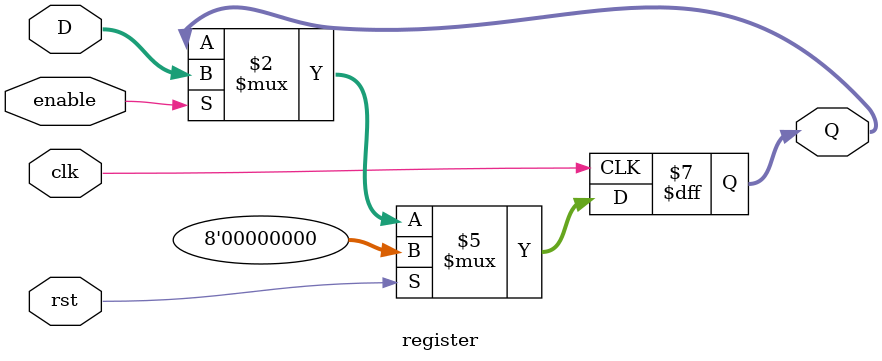
<source format=sv>
module register(Q, D, enable, clk, rst);

    parameter WIDTH = 8, startVal = 0;

    output logic [WIDTH-1:0] Q;
    input logic [WIDTH-1:0] D;
    input logic enable, clk, rst;

    always_ff @(posedge clk) begin
        if(rst) Q <= startVal;
        else if(enable) Q <= D;
    end
                

endmodule 
</source>
